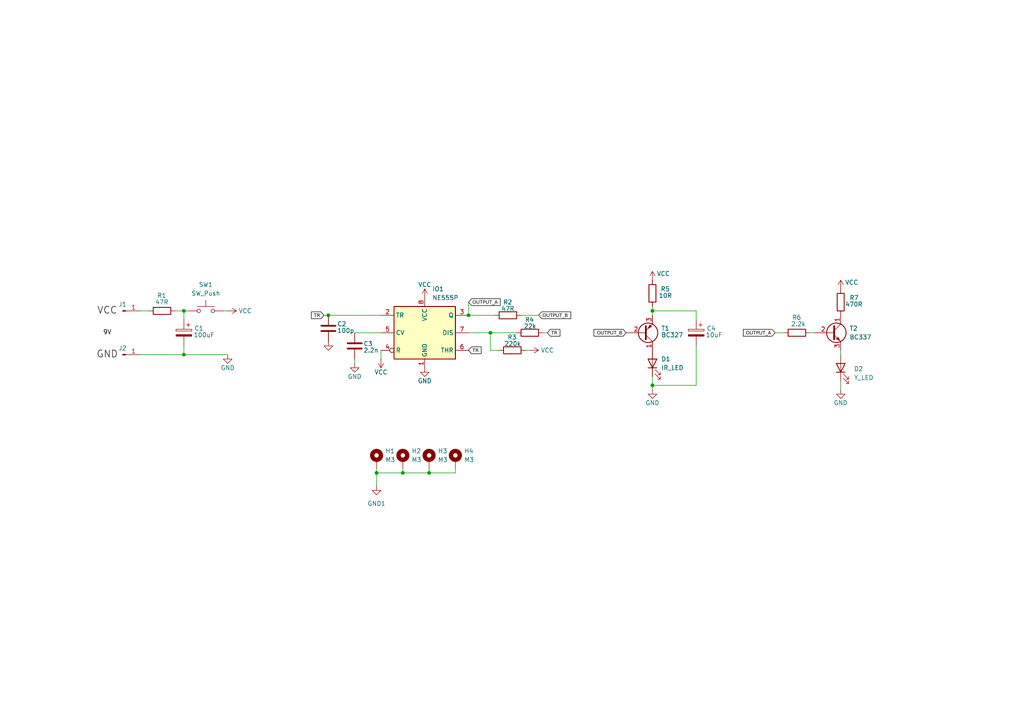
<source format=kicad_sch>
(kicad_sch (version 20250114) (generator "eeschema") (generator_version "9.0")
  (paper "A4")
  (title_block (title "IR Remote") (date "2024-09-17") (rev "v.1.0.0") (comment 3 "IR Remote, School Project "))
  (lib_symbols
    (symbol "Connector:Conn_01x01_Pin" (pin_names (offset 1.016) (hide yes))
      (property "Reference" "J" (at 0 2.54 0))
      (property "Value" "Conn_01x01_Pin" (at 0 -2.54 0))
      (symbol "Conn_01x01_Pin_1_1"
        (rectangle (start 0.8636 0.127) (end 0 -0.127) (stroke (width 0.1524)) (fill (type outline)))
        (polyline (pts (xy 1.27 0) (xy 0.8636 0)) (stroke (width 0.1524)))
        (pin passive line (at 5.08 0 180) (length 3.81) (name "Pin_1") (number "1"))
      )
    )
    (symbol "Device:C" (pin_numbers (hide yes)) (pin_names (offset 0.254))
      (property "Reference" "C" (at 0.635 2.54 0))
      (property "Value" "C" (at 0.635 -2.54 0))
      (symbol "C_0_1"
        (polyline (pts (xy -2.032 0.762) (xy 2.032 0.762)) (stroke (width 0.508)))
        (polyline (pts (xy -2.032 -0.762) (xy 2.032 -0.762)) (stroke (width 0.508)))
      )
      (symbol "C_1_1"
        (pin passive line (at 0 3.81 270) (length 2.794) (name "~") (number "1"))
        (pin passive line (at 0 -3.81 90) (length 2.794) (name "~") (number "2"))
      )
    )
    (symbol "Device:C_Polarized" (pin_numbers (hide yes)) (pin_names (offset 0.254))
      (property "Reference" "C" (at 0.635 2.54 0))
      (property "Value" "C_Polarized" (at 0.635 -2.54 0))
      (symbol "C_Polarized_0_1"
        (rectangle (start -2.286 0.508) (end 2.286 1.016))
        (polyline (pts (xy -1.778 2.286) (xy -0.762 2.286)))
        (polyline (pts (xy -1.27 2.794) (xy -1.27 1.778)))
        (rectangle (start 2.286 -0.508) (end -2.286 -1.016) (fill (type outline)))
      )
      (symbol "C_Polarized_1_1"
        (pin passive line (at 0 3.81 270) (length 2.794) (name "~") (number "1"))
        (pin passive line (at 0 -3.81 90) (length 2.794) (name "~") (number "2"))
      )
    )
    (symbol "Device:LED" (pin_numbers (hide yes)) (pin_names (offset 1.016) (hide yes))
      (property "Reference" "D" (at 0 2.54 0))
      (property "Value" "LED" (at 0 -2.54 0))
      (symbol "LED_0_1"
        (polyline (pts (xy -3.048 -0.762) (xy -4.572 -2.286) (xy -3.81 -2.286) (xy -4.572 -2.286) (xy -4.572 -1.524)))
        (polyline (pts (xy -1.778 -0.762) (xy -3.302 -2.286) (xy -2.54 -2.286) (xy -3.302 -2.286) (xy -3.302 -1.524)))
        (polyline (pts (xy -1.27 0) (xy 1.27 0)))
        (polyline (pts (xy -1.27 -1.27) (xy -1.27 1.27)) (stroke (width 0.254)))
        (polyline (pts (xy 1.27 -1.27) (xy 1.27 1.27) (xy -1.27 0) (xy 1.27 -1.27)) (stroke (width 0.254)))
      )
      (symbol "LED_1_1"
        (pin passive line (at -3.81 0 0) (length 2.54) (name "K") (number "1"))
        (pin passive line (at 3.81 0 180) (length 2.54) (name "A") (number "2"))
      )
    )
    (symbol "Device:R" (pin_numbers (hide yes)) (pin_names (offset 0))
      (property "Reference" "R" (at 2.032 0 90))
      (property "Value" "R" (at 0 0 90))
      (symbol "R_0_1"
        (rectangle (start -1.016 -2.54) (end 1.016 2.54) (stroke (width 0.254)))
      )
      (symbol "R_1_1"
        (pin passive line (at 0 3.81 270) (length 1.27) (name "~") (number "1"))
        (pin passive line (at 0 -3.81 90) (length 1.27) (name "~") (number "2"))
      )
    )
    (symbol "Mechanical:MountingHole_Pad" (pin_numbers (hide yes)) (pin_names (offset 1.016) (hide yes)) (exclude_from_sim yes) (in_bom no)
      (property "Reference" "H" (at 0 6.35 0))
      (property "Value" "MountingHole_Pad" (at 0 4.445 0))
      (symbol "MountingHole_Pad_0_1"
        (circle (center 0 1.27) (radius 1.27) (stroke (width 1.27)))
      )
      (symbol "MountingHole_Pad_1_1"
        (pin input line (at 0 -2.54 90) (length 2.54) (name "1") (number "1"))
      )
    )
    (symbol "Switch:SW_Push" (pin_numbers (hide yes)) (pin_names (offset 1.016) (hide yes))
      (property "Reference" "SW" (at 1.27 2.54 0))
      (property "Value" "SW_Push" (at 0 -1.524 0))
      (symbol "SW_Push_0_1"
        (circle (center -2.032 0) (radius 0.508))
        (polyline (pts (xy 0 1.27) (xy 0 3.048)))
        (circle (center 2.032 0) (radius 0.508))
        (polyline (pts (xy 2.54 1.27) (xy -2.54 1.27)))
        (pin passive line (at -5.08 0 0) (length 2.54) (name "1") (number "1"))
        (pin passive line (at 5.08 0 180) (length 2.54) (name "2") (number "2"))
      )
    )
    (symbol "Timer:NE555P"
      (property "Reference" "U" (at -10.16 8.89 0))
      (property "Value" "NE555P" (at 2.54 8.89 0))
      (symbol "NE555P_0_0"
        (pin power_in line (at 0 10.16 270) (length 2.54) (name "VCC") (number "8"))
        (pin power_in line (at 0 -10.16 90) (length 2.54) (name "GND") (number "1"))
      )
      (symbol "NE555P_0_1"
        (rectangle (start -8.89 -7.62) (end 8.89 7.62) (stroke (width 0.254)) (fill (type background)))
        (rectangle (start -8.89 -7.62) (end 8.89 7.62) (stroke (width 0.254)) (fill (type background)))
      )
      (symbol "NE555P_1_1"
        (pin input line (at -12.7 5.08 0) (length 3.81) (name "TR") (number "2"))
        (pin input line (at -12.7 0 0) (length 3.81) (name "CV") (number "5"))
        (pin input inverted (at -12.7 -5.08 0) (length 3.81) (name "R") (number "4"))
        (pin output line (at 12.7 5.08 180) (length 3.81) (name "Q") (number "3"))
        (pin input line (at 12.7 0 180) (length 3.81) (name "DIS") (number "7"))
        (pin input line (at 12.7 -5.08 180) (length 3.81) (name "THR") (number "6"))
      )
    )
    (symbol "Transistor_BJT:BC327" (pin_names (offset 0) (hide yes))
      (property "Reference" "Q" (at 5.08 1.905 0))
      (property "Value" "BC327" (at 5.08 0 0))
      (symbol "BC327_0_1"
        (polyline (pts (xy 0.635 1.905) (xy 0.635 -1.905) (xy 0.635 -1.905)) (stroke (width 0.508)))
        (polyline (pts (xy 0.635 0.635) (xy 2.54 2.54)))
        (polyline (pts (xy 0.635 -0.635) (xy 2.54 -2.54) (xy 2.54 -2.54)))
        (circle (center 1.27 0) (radius 2.8194) (stroke (width 0.254)))
        (polyline (pts (xy 2.286 -1.778) (xy 1.778 -2.286) (xy 1.27 -1.27) (xy 2.286 -1.778) (xy 2.286 -1.778)) (fill (type outline)))
      )
      (symbol "BC327_1_1"
        (pin input line (at -5.08 0 0) (length 5.715) (name "B") (number "2"))
        (pin passive line (at 2.54 5.08 270) (length 2.54) (name "C") (number "1"))
        (pin passive line (at 2.54 -5.08 90) (length 2.54) (name "E") (number "3"))
      )
    )
    (symbol "Transistor_BJT:BC337" (pin_names (offset 0) (hide yes))
      (property "Reference" "Q" (at 5.08 1.905 0))
      (property "Value" "BC337" (at 5.08 0 0))
      (symbol "BC337_0_1"
        (polyline (pts (xy 0 0) (xy 0.635 0)))
        (polyline (pts (xy 0.635 1.905) (xy 0.635 -1.905) (xy 0.635 -1.905)) (stroke (width 0.508)))
        (polyline (pts (xy 0.635 0.635) (xy 2.54 2.54)))
        (polyline (pts (xy 0.635 -0.635) (xy 2.54 -2.54) (xy 2.54 -2.54)))
        (circle (center 1.27 0) (radius 2.8194) (stroke (width 0.254)))
        (polyline (pts (xy 1.27 -1.778) (xy 1.778 -1.27) (xy 2.286 -2.286) (xy 1.27 -1.778) (xy 1.27 -1.778)) (fill (type outline)))
      )
      (symbol "BC337_1_1"
        (pin input line (at -5.08 0 0) (length 5.08) (name "B") (number "2"))
        (pin passive line (at 2.54 5.08 270) (length 2.54) (name "C") (number "1"))
        (pin passive line (at 2.54 -5.08 90) (length 2.54) (name "E") (number "3"))
      )
    )
    (symbol "power:GND" (power) (pin_numbers (hide yes)) (pin_names (offset 0) (hide yes))
      (property "Value" "GND" (at 0 -3.81 0))
      (symbol "GND_0_1"
        (polyline (pts (xy 0 0) (xy 0 -1.27) (xy 1.27 -1.27) (xy 0 -2.54) (xy -1.27 -1.27) (xy 0 -1.27)))
      )
      (symbol "GND_1_1"
        (pin power_in line (at 0 0 270) (length 0) (name "~") (number "1"))
      )
    )
    (symbol "power:GND1" (power) (pin_numbers (hide yes)) (pin_names (offset 0) (hide yes))
      (property "Value" "GND1" (at 0 -3.81 0))
      (symbol "GND1_0_1"
        (polyline (pts (xy 0 0) (xy 0 -1.27) (xy 1.27 -1.27) (xy 0 -2.54) (xy -1.27 -1.27) (xy 0 -1.27)))
      )
      (symbol "GND1_1_1"
        (pin power_in line (at 0 0 270) (length 0) (name "~") (number "1"))
      )
    )
    (symbol "power:VCC" (power) (pin_numbers (hide yes)) (pin_names (offset 0) (hide yes))
      (property "Value" "VCC" (at 0 3.556 0))
      (symbol "VCC_0_1"
        (polyline (pts (xy -0.762 1.27) (xy 0 2.54)))
        (polyline (pts (xy 0 2.54) (xy 0.762 1.27)))
        (polyline (pts (xy 0 0) (xy 0 2.54)))
      )
      (symbol "VCC_1_1"
        (pin power_in line (at 0 0 90) (length 0) (name "~") (number "1"))
      )
    )
  )
  (text "9V" (at 31.115 96.52 0) (effects (font (size 1.27 1.27))))
  (text "GND" (at 31.115 102.87 0) (effects (font (size 2 2))))
  (text "VCC" (at 31.115 90.17 0) (effects (font (size 2 2))))
  (junction (at 189.23 111.76))
  (junction (at 142.24 96.52))
  (junction (at 109.22 137.16))
  (junction (at 124.46 137.16))
  (junction (at 95.25 91.44))
  (junction (at 53.34 90.17))
  (junction (at 116.84 137.16))
  (junction (at 53.34 102.87))
  (junction (at 135.89 91.44))
  (junction (at 189.23 90.17))
  (wire (pts (xy 135.89 91.44) (xy 143.51 91.44)))
  (wire (pts (xy 142.24 101.6) (xy 142.24 96.52)))
  (wire (pts (xy 201.93 111.76) (xy 189.23 111.76)))
  (wire (pts (xy 109.22 140.97) (xy 109.22 137.16)))
  (wire (pts (xy 95.25 91.44) (xy 110.49 91.44)))
  (wire (pts (xy 189.23 111.76) (xy 189.23 113.03)))
  (wire (pts (xy 189.23 90.17) (xy 189.23 91.44)))
  (wire (pts (xy 224.79 96.52) (xy 227.33 96.52)))
  (wire (pts (xy 102.87 96.52) (xy 110.49 96.52)))
  (wire (pts (xy 157.48 96.52) (xy 158.75 96.52)))
  (wire (pts (xy 135.89 96.52) (xy 142.24 96.52)))
  (wire (pts (xy 189.23 90.17) (xy 201.93 90.17)))
  (wire (pts (xy 153.67 101.6) (xy 152.4 101.6)))
  (wire (pts (xy 109.22 137.16) (xy 116.84 137.16)))
  (wire (pts (xy 109.22 137.16) (xy 109.22 135.89)))
  (wire (pts (xy 53.34 90.17) (xy 50.8 90.17)))
  (wire (pts (xy 189.23 109.22) (xy 189.23 111.76)))
  (wire (pts (xy 116.84 137.16) (xy 116.84 135.89)))
  (wire (pts (xy 201.93 90.17) (xy 201.93 92.71)))
  (wire (pts (xy 53.34 102.87) (xy 66.04 102.87)))
  (wire (pts (xy 124.46 137.16) (xy 124.46 135.89)))
  (wire (pts (xy 144.78 101.6) (xy 142.24 101.6)))
  (wire (pts (xy 234.95 96.52) (xy 236.22 96.52)))
  (wire (pts (xy 243.84 113.03) (xy 243.84 110.49)))
  (wire (pts (xy 243.84 102.87) (xy 243.84 101.6)))
  (wire (pts (xy 53.34 90.17) (xy 53.34 92.71)))
  (wire (pts (xy 151.13 91.44) (xy 156.21 91.44)))
  (wire (pts (xy 149.86 96.52) (xy 142.24 96.52)))
  (wire (pts (xy 40.64 90.17) (xy 43.18 90.17)))
  (wire (pts (xy 116.84 137.16) (xy 124.46 137.16)))
  (wire (pts (xy 110.49 104.14) (xy 110.49 101.6)))
  (wire (pts (xy 53.34 90.17) (xy 54.61 90.17)))
  (wire (pts (xy 53.34 100.33) (xy 53.34 102.87)))
  (wire (pts (xy 201.93 100.33) (xy 201.93 111.76)))
  (wire (pts (xy 124.46 137.16) (xy 132.08 137.16)))
  (wire (pts (xy 93.98 91.44) (xy 95.25 91.44)))
  (wire (pts (xy 189.23 88.9) (xy 189.23 90.17)))
  (wire (pts (xy 135.89 87.63) (xy 135.89 91.44)))
  (wire (pts (xy 102.87 105.41) (xy 102.87 104.14)))
  (wire (pts (xy 66.04 90.17) (xy 64.77 90.17)))
  (wire (pts (xy 40.64 102.87) (xy 53.34 102.87)))
  (wire (pts (xy 132.08 137.16) (xy 132.08 135.89)))
  (global_label "TR" (shape input) (at 135.89 101.6 0) (effects (font (size 1 1))) (property "Intersheetrefs" "${INTERSHEET_REFS}" (effects (hide yes))))
  (global_label "TR" (shape input) (at 158.75 96.52 0) (effects (font (size 1 1))) (property "Intersheetrefs" "${INTERSHEET_REFS}" (effects (hide yes))))
  (global_label "OUTPUT_A" (shape input) (at 224.79 96.52 180) (effects (font (size 1 1))) (property "Intersheetrefs" "${INTERSHEET_REFS}" (effects (hide yes))))
  (global_label "OUTPUT_B" (shape input) (at 181.61 96.52 180) (effects (font (size 1 1))) (property "Intersheetrefs" "${INTERSHEET_REFS}" (effects (hide yes))))
  (global_label "TR" (shape input) (at 93.98 91.44 180) (effects (font (size 1 1))) (property "Intersheetrefs" "${INTERSHEET_REFS}" (effects (hide yes))))
  (global_label "OUTPUT_B" (shape input) (at 156.21 91.44 0) (effects (font (size 1 1))) (property "Intersheetrefs" "${INTERSHEET_REFS}" (effects (hide yes))))
  (global_label "OUTPUT_A" (shape input) (at 135.89 87.63 0) (effects (font (size 1 1))) (property "Intersheetrefs" "${INTERSHEET_REFS}" (effects (hide yes))))
  (symbol (lib_id "Switch:SW_Push") (at 59.69 90.17 0) (unit 1)
    (property "Reference" "SW1" (at 59.69 82.55 0))
    (property "Value" "SW_Push" (at 59.69 85.09 0))
    (property "Footprint" "Button_Switch_THT:SW_PUSH_6mm_H5mm" (effects (hide yes)))
    (property "Description" "Push button switch, generic, two pins" (effects (hide yes)))
  )
  (symbol (lib_id "Connector:Conn_01x01_Pin") (at 35.56 102.87 0) (unit 1)
    (property "Reference" "J2" (at 35.56 100.965 0))
    (property "Value" "Conn_01x01_Pin" (effects (hide yes)))
    (property "Footprint" "Connector_Wire:SolderWire-0.5sqmm_1x01_D0.9mm_OD2.3mm" (effects (hide yes)))
    (property "Description" "Generic connector, single row, 01x01, script generated" (effects (hide yes)))
  )
  (symbol (lib_id "power:VCC") (at 123.19 86.36 0) (unit 1)
    (property "Reference" "#PWR07" (effects (hide yes)))
    (property "Value" "VCC" (at 123.19 82.55 0))
    (property "Description" "Power symbol creates a global label with name \"VCC\"" (effects (hide yes)))
  )
  (symbol (lib_id "power:GND") (at 189.23 113.03 0) (unit 1)
    (property "Reference" "#PWR011" (effects (hide yes)))
    (property "Value" "GND" (at 189.23 116.84 0))
    (property "Description" "Power symbol creates a global label with name \"GND\" , ground" (effects (hide yes)))
  )
  (symbol (lib_id "power:GND") (at 66.04 102.87 0) (unit 1)
    (property "Reference" "#PWR02" (effects (hide yes)))
    (property "Value" "GND" (at 66.04 106.68 0))
    (property "Description" "Power symbol creates a global label with name \"GND\" , ground" (effects (hide yes)))
  )
  (symbol (lib_id "power:GND") (at 102.87 105.41 0) (unit 1)
    (property "Reference" "#PWR04" (effects (hide yes)))
    (property "Value" "GND" (at 102.87 109.22 0))
    (property "Description" "Power symbol creates a global label with name \"GND\" , ground" (effects (hide yes)))
  )
  (symbol (lib_id "Device:C") (at 102.87 100.33 0) (unit 1)
    (property "Reference" "C3" (at 105.41 99.695 0) (effects (justify left)))
    (property "Value" "2.2n" (at 105.41 101.6 0) (effects (justify left)))
    (property "Footprint" "Capacitor_THT:C_Disc_D5.0mm_W2.5mm_P5.00mm" (effects (hide yes)))
    (property "Description" "Unpolarized capacitor" (effects (hide yes)))
  )
  (symbol (lib_id "power:VCC") (at 66.04 90.17 270) (unit 1)
    (property "Reference" "#PWR01" (effects (hide yes)))
    (property "Value" "VCC" (at 71.12 90.17 90))
    (property "Description" "Power symbol creates a global label with name \"VCC\"" (effects (hide yes)))
  )
  (symbol (lib_id "power:GND") (at 123.19 106.68 0) (unit 1)
    (property "Reference" "#PWR08" (effects (hide yes)))
    (property "Value" "GND" (at 123.19 110.49 0))
    (property "Description" "Power symbol creates a global label with name \"GND\" , ground" (effects (hide yes)))
  )
  (symbol (lib_id "power:GND") (at 95.25 99.06 0) (unit 1)
    (property "Reference" "#PWR03" (effects (hide yes)))
    (property "Value" "GND" (effects (hide yes)))
    (property "Description" "Power symbol creates a global label with name \"GND\" , ground" (effects (hide yes)))
  )
  (symbol (lib_id "Connector:Conn_01x01_Pin") (at 35.56 90.17 0) (unit 1)
    (property "Reference" "J1" (at 35.56 88.265 0))
    (property "Value" "Conn_01x01_Pin" (effects (hide yes)))
    (property "Footprint" "Connector_Wire:SolderWire-0.5sqmm_1x01_D0.9mm_OD2.3mm" (effects (hide yes)))
    (property "Description" "Generic connector, single row, 01x01, script generated" (effects (hide yes)))
  )
  (symbol (lib_id "Timer:NE555P") (at 123.19 96.52 0) (unit 1)
    (property "Reference" "IO1" (at 125.3841 83.82 0) (effects (justify left)))
    (property "Value" "NE555P" (at 125.3841 86.36 0) (effects (justify left)))
    (property "Footprint" "Package_DIP:DIP-8_W7.62mm" (effects (hide yes)))
    (property "Datasheet" "http://www.ti.com/lit/ds/symlink/ne555.pdf" (effects (hide yes)))
    (property "Description" "Precision Timers, 555 compatible,  PDIP-8" (effects (hide yes)))
  )
  (symbol (lib_id "Transistor_BJT:BC327") (at 186.69 96.52 0) (mirror x) (unit 1)
    (property "Reference" "T1" (at 191.77 95.25 0) (effects (justify left)))
    (property "Value" "BC327" (at 191.77 97.155 0) (effects (justify left)))
    (property "Footprint" "Package_TO_SOT_THT:TO-92_Inline_Wide" (effects (hide yes)))
    (property "Datasheet" "http://www.onsemi.com/pub_link/Collateral/BC327-D.PDF" (effects (hide yes)))
    (property "Description" "0.8A Ic, 45V Vce, PNP Transistor, TO-92" (effects (hide yes)))
  )
  (symbol (lib_id "Device:C_Polarized") (at 53.34 96.52 0) (mirror y) (unit 1)
    (property "Reference" "C1" (at 59.055 95.25 0) (effects (justify left)))
    (property "Value" "100uF" (at 62.23 97.155 0) (effects (justify left)))
    (property "Footprint" "Capacitor_THT:CP_Radial_D6.3mm_P2.50mm" (effects (hide yes)))
  )
  (symbol (lib_id "Transistor_BJT:BC337") (at 241.3 96.52 0) (unit 1)
    (property "Reference" "T2" (at 246.38 95.2499 0) (effects (justify left)))
    (property "Value" "BC337" (at 246.38 97.7899 0) (effects (justify left)))
    (property "Footprint" "Package_TO_SOT_THT:TO-92_Inline_Wide" (effects (hide yes)))
    (property "Datasheet" "https://diotec.com/tl_files/diotec/files/pdf/datasheets/bc337.pdf" (effects (hide yes)))
    (property "Description" "0.8A Ic, 45V Vce, NPN Transistor, TO-92" (effects (hide yes)))
  )
  (symbol (lib_id "Mechanical:MountingHole_Pad") (at 116.84 133.35 0) (unit 1) (in_bom no)
    (property "Reference" "H2" (at 119.38 130.8099 0) (effects (justify left)))
    (property "Value" "M3" (at 119.38 133.3499 0) (effects (justify left)))
    (property "Footprint" "MountingHole:MountingHole_3.2mm_M3_ISO7380_Pad" (effects (hide yes)))
    (property "Description" "Mounting Hole with connection" (effects (hide yes)))
  )
  (symbol (lib_id "power:VCC") (at 153.67 101.6 270) (unit 1)
    (property "Reference" "#PWR09" (effects (hide yes)))
    (property "Value" "VCC" (at 158.75 101.6 90))
    (property "Description" "Power symbol creates a global label with name \"VCC\"" (effects (hide yes)))
  )
  (symbol (lib_id "Device:LED") (at 243.84 106.68 90) (unit 1)
    (property "Reference" "D2" (at 247.65 106.9974 90) (effects (justify right)))
    (property "Value" "Y_LED" (at 247.65 109.5374 90) (effects (justify right)))
    (property "Footprint" "LED_THT:LED_D5.0mm" (effects (hide yes)))
    (property "Description" "Light emitting diode" (effects (hide yes)))
  )
  (symbol (lib_id "Device:R") (at 148.59 101.6 90) (unit 1)
    (property "Reference" "R3" (at 149.86 97.79 90) (effects (justify left)))
    (property "Value" "220k" (at 151.13 99.695 90) (effects (justify left)))
    (property "Footprint" "Resistor_THT:R_Axial_DIN0207_L6.3mm_D2.5mm_P10.16mm_Horizontal" (effects (hide yes)))
    (property "Description" "Resistor" (effects (hide yes)))
  )
  (symbol (lib_id "power:VCC") (at 110.49 104.14 180) (unit 1)
    (property "Reference" "#PWR06" (effects (hide yes)))
    (property "Value" "VCC" (at 110.49 107.95 0))
    (property "Description" "Power symbol creates a global label with name \"VCC\"" (effects (hide yes)))
  )
  (symbol (lib_id "Device:C_Polarized") (at 201.93 96.52 0) (mirror y) (unit 1)
    (property "Reference" "C4" (at 207.645 95.25 0) (effects (justify left)))
    (property "Value" "10uF" (at 209.55 97.155 0) (effects (justify left)))
    (property "Footprint" "Capacitor_THT:CP_Radial_D6.3mm_P2.50mm" (effects (hide yes)))
  )
  (symbol (lib_id "Device:R") (at 231.14 96.52 90) (unit 1)
    (property "Reference" "R6" (at 232.41 92.075 90) (effects (justify left)))
    (property "Value" "2.2k" (at 233.68 93.98 90) (effects (justify left)))
    (property "Footprint" "Resistor_THT:R_Axial_DIN0207_L6.3mm_D2.5mm_P10.16mm_Horizontal" (effects (hide yes)))
    (property "Description" "Resistor" (effects (hide yes)))
  )
  (symbol (lib_id "Device:R") (at 189.23 85.09 0) (mirror y) (unit 1)
    (property "Reference" "R5" (at 194.31 83.82 0) (effects (justify left)))
    (property "Value" "10R" (at 194.945 85.725 0) (effects (justify left)))
    (property "Footprint" "Resistor_THT:R_Axial_DIN0207_L6.3mm_D2.5mm_P10.16mm_Horizontal" (effects (hide yes)))
    (property "Description" "Resistor" (effects (hide yes)))
  )
  (symbol (lib_id "Device:R") (at 147.32 91.44 90) (unit 1)
    (property "Reference" "R2" (at 148.59 87.63 90) (effects (justify left)))
    (property "Value" "47R" (at 149.225 89.535 90) (effects (justify left)))
    (property "Footprint" "Resistor_THT:R_Axial_DIN0207_L6.3mm_D2.5mm_P10.16mm_Horizontal" (effects (hide yes)))
    (property "Description" "Resistor" (effects (hide yes)))
  )
  (symbol (lib_id "Mechanical:MountingHole_Pad") (at 124.46 133.35 0) (unit 1) (in_bom no)
    (property "Reference" "H3" (at 127 130.8099 0) (effects (justify left)))
    (property "Value" "M3" (at 127 133.3499 0) (effects (justify left)))
    (property "Footprint" "MountingHole:MountingHole_3.2mm_M3_ISO7380_Pad" (effects (hide yes)))
    (property "Description" "Mounting Hole with connection" (effects (hide yes)))
  )
  (symbol (lib_id "Mechanical:MountingHole_Pad") (at 132.08 133.35 0) (unit 1) (in_bom no)
    (property "Reference" "H4" (at 134.62 130.8099 0) (effects (justify left)))
    (property "Value" "M3" (at 134.62 133.3499 0) (effects (justify left)))
    (property "Footprint" "MountingHole:MountingHole_3.2mm_M3_ISO7380_Pad" (effects (hide yes)))
    (property "Description" "Mounting Hole with connection" (effects (hide yes)))
  )
  (symbol (lib_id "Device:C") (at 95.25 95.25 0) (mirror x) (unit 1)
    (property "Reference" "C2" (at 97.79 93.98 0) (effects (justify left)))
    (property "Value" "100p" (at 97.79 95.885 0) (effects (justify left)))
    (property "Footprint" "Capacitor_THT:C_Disc_D4.3mm_W1.9mm_P5.00mm" (effects (hide yes)))
    (property "Description" "Unpolarized capacitor" (effects (hide yes)))
  )
  (symbol (lib_id "Device:R") (at 46.99 90.17 90) (unit 1)
    (property "Reference" "R1" (at 48.26 85.725 90) (effects (justify left)))
    (property "Value" "47R" (at 48.895 87.63 90) (effects (justify left)))
    (property "Footprint" "Resistor_THT:R_Axial_DIN0207_L6.3mm_D2.5mm_P10.16mm_Horizontal" (effects (hide yes)))
    (property "Description" "Resistor" (effects (hide yes)))
  )
  (symbol (lib_id "Mechanical:MountingHole_Pad") (at 109.22 133.35 0) (unit 1) (in_bom no)
    (property "Reference" "H1" (at 111.76 130.8099 0) (effects (justify left)))
    (property "Value" "M3" (at 111.76 133.3499 0) (effects (justify left)))
    (property "Footprint" "MountingHole:MountingHole_3.2mm_M3_ISO7380_Pad" (effects (hide yes)))
    (property "Description" "Mounting Hole with connection" (effects (hide yes)))
  )
  (symbol (lib_id "power:GND1") (at 109.22 140.97 0) (unit 1)
    (property "Reference" "#PWR05" (effects (hide yes)))
    (property "Value" "GND1" (at 109.22 146.05 0))
    (property "Description" "Power symbol creates a global label with name \"GND1\" , ground" (effects (hide yes)))
  )
  (symbol (lib_id "Device:LED") (at 189.23 105.41 90) (unit 1)
    (property "Reference" "D1" (at 191.77 104.14 90) (effects (justify right)))
    (property "Value" "IR_LED" (at 191.77 106.68 90) (effects (justify right)))
    (property "Footprint" "LED_THT:LED_D5.0mm_Horizontal_O1.27mm_Z3.0mm_Clear" (effects (hide yes)))
    (property "Description" "Light emitting diode" (effects (hide yes)))
  )
  (symbol (lib_id "power:VCC") (at 243.84 83.82 0) (unit 1)
    (property "Reference" "#PWR012" (effects (hide yes)))
    (property "Value" "VCC" (at 247.015 81.915 0))
    (property "Description" "Power symbol creates a global label with name \"VCC\"" (effects (hide yes)))
  )
  (symbol (lib_id "Device:R") (at 243.84 87.63 0) (mirror x) (unit 1)
    (property "Reference" "R7" (at 246.38 86.36 0) (effects (justify left)))
    (property "Value" "470R" (at 245.11 88.265 0) (effects (justify left)))
    (property "Footprint" "Resistor_THT:R_Axial_DIN0207_L6.3mm_D2.5mm_P10.16mm_Horizontal" (effects (hide yes)))
    (property "Description" "Resistor" (effects (hide yes)))
  )
  (symbol (lib_id "Device:R") (at 153.67 96.52 90) (unit 1)
    (property "Reference" "R4" (at 154.94 92.71 90) (effects (justify left)))
    (property "Value" "22k" (at 155.575 94.615 90) (effects (justify left)))
    (property "Footprint" "Resistor_THT:R_Axial_DIN0207_L6.3mm_D2.5mm_P10.16mm_Horizontal" (effects (hide yes)))
    (property "Description" "Resistor" (effects (hide yes)))
  )
  (symbol (lib_id "power:VCC") (at 189.23 81.28 0) (unit 1)
    (property "Reference" "#PWR010" (effects (hide yes)))
    (property "Value" "VCC" (at 192.405 79.375 0))
    (property "Description" "Power symbol creates a global label with name \"VCC\"" (effects (hide yes)))
  )
  (symbol (lib_id "power:GND") (at 243.84 113.03 0) (unit 1)
    (property "Reference" "#PWR013" (effects (hide yes)))
    (property "Value" "GND" (at 243.84 116.84 0))
    (property "Description" "Power symbol creates a global label with name \"GND\" , ground" (effects (hide yes)))
  )
)
</source>
